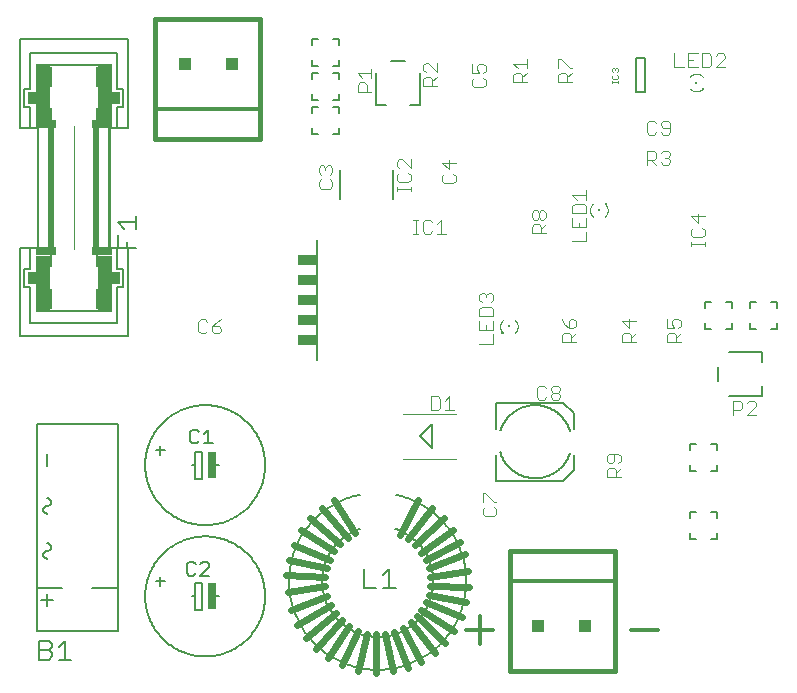
<source format=gto>
G75*
%MOIN*%
%OFA0B0*%
%FSLAX25Y25*%
%IPPOS*%
%LPD*%
%AMOC8*
5,1,8,0,0,1.08239X$1,22.5*
%
%ADD10C,0.01200*%
%ADD11C,0.00400*%
%ADD12C,0.00800*%
%ADD13C,0.00500*%
%ADD14C,0.00600*%
%ADD15R,0.00787X0.00787*%
%ADD16R,0.00984X0.00591*%
%ADD17R,0.00591X0.00984*%
%ADD18C,0.02400*%
%ADD19C,0.00700*%
%ADD20R,0.06600X0.03800*%
%ADD21C,0.01600*%
%ADD22R,0.04000X0.04000*%
%ADD23C,0.00200*%
%ADD24R,0.02000X0.40000*%
%ADD25R,0.06500X0.02500*%
%ADD26R,0.16000X0.01000*%
%ADD27R,0.04500X0.19000*%
%ADD28R,0.03000X0.04000*%
%ADD29R,0.00500X0.04000*%
%ADD30R,0.00500X0.07000*%
%ADD31R,0.02500X0.09000*%
D10*
X0160300Y0022206D02*
X0169508Y0022206D01*
X0164904Y0026810D02*
X0164904Y0017602D01*
X0175200Y0038450D02*
X0210200Y0038450D01*
X0215300Y0022206D02*
X0224508Y0022206D01*
X0091700Y0195950D02*
X0056700Y0195950D01*
D11*
X0111245Y0176318D02*
X0111245Y0174784D01*
X0112012Y0174017D01*
X0112012Y0172482D02*
X0111245Y0171715D01*
X0111245Y0170180D01*
X0112012Y0169413D01*
X0115081Y0169413D01*
X0115848Y0170180D01*
X0115848Y0171715D01*
X0115081Y0172482D01*
X0115081Y0174017D02*
X0115848Y0174784D01*
X0115848Y0176318D01*
X0115081Y0177086D01*
X0114314Y0177086D01*
X0113546Y0176318D01*
X0113546Y0175551D01*
X0113546Y0176318D02*
X0112779Y0177086D01*
X0112012Y0177086D01*
X0111245Y0176318D01*
X0137396Y0176877D02*
X0138163Y0176110D01*
X0137396Y0176877D02*
X0137396Y0178412D01*
X0138163Y0179179D01*
X0138931Y0179179D01*
X0142000Y0176110D01*
X0142000Y0179179D01*
X0141233Y0174575D02*
X0142000Y0173808D01*
X0142000Y0172273D01*
X0141233Y0171506D01*
X0138163Y0171506D01*
X0137396Y0172273D01*
X0137396Y0173808D01*
X0138163Y0174575D01*
X0137396Y0169971D02*
X0137396Y0168437D01*
X0137396Y0169204D02*
X0142000Y0169204D01*
X0142000Y0168437D02*
X0142000Y0169971D01*
X0152396Y0171917D02*
X0153163Y0171150D01*
X0156233Y0171150D01*
X0157000Y0171917D01*
X0157000Y0173452D01*
X0156233Y0174219D01*
X0154698Y0175754D02*
X0154698Y0178823D01*
X0152396Y0178056D02*
X0154698Y0175754D01*
X0153163Y0174219D02*
X0152396Y0173452D01*
X0152396Y0171917D01*
X0152396Y0178056D02*
X0157000Y0178056D01*
X0152108Y0159004D02*
X0152108Y0154400D01*
X0153642Y0154400D02*
X0150573Y0154400D01*
X0149039Y0155167D02*
X0148271Y0154400D01*
X0146737Y0154400D01*
X0145969Y0155167D01*
X0145969Y0158237D01*
X0146737Y0159004D01*
X0148271Y0159004D01*
X0149039Y0158237D01*
X0150573Y0157469D02*
X0152108Y0159004D01*
X0144435Y0159004D02*
X0142900Y0159004D01*
X0143667Y0159004D02*
X0143667Y0154400D01*
X0142900Y0154400D02*
X0144435Y0154400D01*
X0164896Y0133848D02*
X0165663Y0134615D01*
X0166431Y0134615D01*
X0167198Y0133848D01*
X0167965Y0134615D01*
X0168733Y0134615D01*
X0169500Y0133848D01*
X0169500Y0132313D01*
X0168733Y0131546D01*
X0168733Y0130011D02*
X0165663Y0130011D01*
X0164896Y0129244D01*
X0164896Y0126942D01*
X0169500Y0126942D01*
X0169500Y0129244D01*
X0168733Y0130011D01*
X0165663Y0131546D02*
X0164896Y0132313D01*
X0164896Y0133848D01*
X0167198Y0133848D02*
X0167198Y0133081D01*
X0164896Y0125407D02*
X0164896Y0122338D01*
X0169500Y0122338D01*
X0169500Y0125407D01*
X0167198Y0123873D02*
X0167198Y0122338D01*
X0169500Y0120804D02*
X0169500Y0117734D01*
X0164896Y0117734D01*
X0172732Y0121285D02*
X0172655Y0121358D01*
X0172580Y0121433D01*
X0172509Y0121511D01*
X0172440Y0121592D01*
X0172374Y0121675D01*
X0172311Y0121760D01*
X0172252Y0121848D01*
X0172195Y0121937D01*
X0172142Y0122029D01*
X0172092Y0122123D01*
X0172046Y0122218D01*
X0172003Y0122315D01*
X0171964Y0122413D01*
X0171928Y0122513D01*
X0171896Y0122614D01*
X0171868Y0122716D01*
X0171843Y0122819D01*
X0171822Y0122923D01*
X0171805Y0123028D01*
X0171791Y0123133D01*
X0171782Y0123238D01*
X0171776Y0123344D01*
X0171774Y0123450D01*
X0171776Y0123556D01*
X0171782Y0123662D01*
X0171791Y0123767D01*
X0171805Y0123872D01*
X0171822Y0123977D01*
X0171843Y0124081D01*
X0171868Y0124184D01*
X0171896Y0124286D01*
X0171928Y0124387D01*
X0171964Y0124487D01*
X0172003Y0124585D01*
X0172046Y0124682D01*
X0172092Y0124777D01*
X0172142Y0124871D01*
X0172195Y0124963D01*
X0172252Y0125052D01*
X0172311Y0125140D01*
X0172374Y0125225D01*
X0172440Y0125308D01*
X0172509Y0125389D01*
X0172580Y0125467D01*
X0172655Y0125542D01*
X0172732Y0125615D01*
X0176668Y0125615D02*
X0176745Y0125542D01*
X0176820Y0125467D01*
X0176891Y0125389D01*
X0176960Y0125308D01*
X0177026Y0125225D01*
X0177089Y0125140D01*
X0177148Y0125052D01*
X0177205Y0124963D01*
X0177258Y0124871D01*
X0177308Y0124777D01*
X0177354Y0124682D01*
X0177397Y0124585D01*
X0177436Y0124487D01*
X0177472Y0124387D01*
X0177504Y0124286D01*
X0177532Y0124184D01*
X0177557Y0124081D01*
X0177578Y0123977D01*
X0177595Y0123872D01*
X0177609Y0123767D01*
X0177618Y0123662D01*
X0177624Y0123556D01*
X0177626Y0123450D01*
X0177624Y0123344D01*
X0177618Y0123238D01*
X0177609Y0123133D01*
X0177595Y0123028D01*
X0177578Y0122923D01*
X0177557Y0122819D01*
X0177532Y0122716D01*
X0177504Y0122614D01*
X0177472Y0122513D01*
X0177436Y0122413D01*
X0177397Y0122315D01*
X0177354Y0122218D01*
X0177308Y0122123D01*
X0177258Y0122029D01*
X0177205Y0121937D01*
X0177148Y0121848D01*
X0177089Y0121760D01*
X0177026Y0121675D01*
X0176960Y0121592D01*
X0176891Y0121511D01*
X0176820Y0121433D01*
X0176745Y0121358D01*
X0176668Y0121285D01*
X0192396Y0120494D02*
X0192396Y0118192D01*
X0197000Y0118192D01*
X0195465Y0118192D02*
X0195465Y0120494D01*
X0194698Y0121261D01*
X0193163Y0121261D01*
X0192396Y0120494D01*
X0195465Y0119727D02*
X0197000Y0121261D01*
X0196233Y0122796D02*
X0197000Y0123563D01*
X0197000Y0125098D01*
X0196233Y0125865D01*
X0195465Y0125865D01*
X0194698Y0125098D01*
X0194698Y0122796D01*
X0196233Y0122796D01*
X0194698Y0122796D02*
X0193163Y0124331D01*
X0192396Y0125865D01*
X0212396Y0125098D02*
X0214698Y0122796D01*
X0214698Y0125865D01*
X0217000Y0125098D02*
X0212396Y0125098D01*
X0213163Y0121261D02*
X0214698Y0121261D01*
X0215465Y0120494D01*
X0215465Y0118192D01*
X0215465Y0119727D02*
X0217000Y0121261D01*
X0213163Y0121261D02*
X0212396Y0120494D01*
X0212396Y0118192D01*
X0217000Y0118192D01*
X0227396Y0118192D02*
X0227396Y0120494D01*
X0228163Y0121261D01*
X0229698Y0121261D01*
X0230465Y0120494D01*
X0230465Y0118192D01*
X0230465Y0119727D02*
X0232000Y0121261D01*
X0231233Y0122796D02*
X0232000Y0123563D01*
X0232000Y0125098D01*
X0231233Y0125865D01*
X0229698Y0125865D01*
X0228931Y0125098D01*
X0228931Y0124331D01*
X0229698Y0122796D01*
X0227396Y0122796D01*
X0227396Y0125865D01*
X0227396Y0118192D02*
X0232000Y0118192D01*
X0249339Y0098579D02*
X0251641Y0098579D01*
X0252408Y0097811D01*
X0252408Y0096277D01*
X0251641Y0095509D01*
X0249339Y0095509D01*
X0249339Y0093975D02*
X0249339Y0098579D01*
X0253943Y0097811D02*
X0254710Y0098579D01*
X0256245Y0098579D01*
X0257012Y0097811D01*
X0257012Y0097044D01*
X0253943Y0093975D01*
X0257012Y0093975D01*
X0212000Y0080098D02*
X0212000Y0078563D01*
X0211233Y0077796D01*
X0212000Y0076261D02*
X0210465Y0074727D01*
X0210465Y0075494D02*
X0210465Y0073192D01*
X0212000Y0073192D02*
X0207396Y0073192D01*
X0207396Y0075494D01*
X0208163Y0076261D01*
X0209698Y0076261D01*
X0210465Y0075494D01*
X0208931Y0077796D02*
X0209698Y0078563D01*
X0209698Y0080865D01*
X0208163Y0080865D02*
X0207396Y0080098D01*
X0207396Y0078563D01*
X0208163Y0077796D01*
X0208931Y0077796D01*
X0208163Y0080865D02*
X0211233Y0080865D01*
X0212000Y0080098D01*
X0191712Y0099801D02*
X0190944Y0099034D01*
X0189410Y0099034D01*
X0188643Y0099801D01*
X0188643Y0100568D01*
X0189410Y0101336D01*
X0190944Y0101336D01*
X0191712Y0100568D01*
X0191712Y0099801D01*
X0190944Y0101336D02*
X0191712Y0102103D01*
X0191712Y0102870D01*
X0190944Y0103638D01*
X0189410Y0103638D01*
X0188643Y0102870D01*
X0188643Y0102103D01*
X0189410Y0101336D01*
X0187108Y0102870D02*
X0186341Y0103638D01*
X0184806Y0103638D01*
X0184039Y0102870D01*
X0184039Y0099801D01*
X0184806Y0099034D01*
X0186341Y0099034D01*
X0187108Y0099801D01*
X0157212Y0094375D02*
X0139412Y0094375D01*
X0148762Y0095575D02*
X0151064Y0095575D01*
X0151831Y0096343D01*
X0151831Y0099412D01*
X0151064Y0100179D01*
X0148762Y0100179D01*
X0148762Y0095575D01*
X0153366Y0095575D02*
X0156435Y0095575D01*
X0154901Y0095575D02*
X0154901Y0100179D01*
X0153366Y0098644D01*
X0157212Y0079375D02*
X0139412Y0079375D01*
X0165959Y0067898D02*
X0165959Y0064829D01*
X0166726Y0063294D02*
X0165959Y0062527D01*
X0165959Y0060992D01*
X0166726Y0060225D01*
X0169796Y0060225D01*
X0170563Y0060992D01*
X0170563Y0062527D01*
X0169796Y0063294D01*
X0169796Y0064829D02*
X0170563Y0064829D01*
X0169796Y0064829D02*
X0166726Y0067898D01*
X0165959Y0067898D01*
X0078823Y0121917D02*
X0078056Y0121150D01*
X0076521Y0121150D01*
X0075754Y0121917D01*
X0075754Y0123452D01*
X0078056Y0123452D01*
X0078823Y0122685D01*
X0078823Y0121917D01*
X0077289Y0124987D02*
X0075754Y0123452D01*
X0077289Y0124987D02*
X0078823Y0125754D01*
X0074219Y0124987D02*
X0073452Y0125754D01*
X0071917Y0125754D01*
X0071150Y0124987D01*
X0071150Y0121917D01*
X0071917Y0121150D01*
X0073452Y0121150D01*
X0074219Y0121917D01*
X0124246Y0201716D02*
X0124246Y0204018D01*
X0125014Y0204785D01*
X0126548Y0204785D01*
X0127316Y0204018D01*
X0127316Y0201716D01*
X0128850Y0201716D02*
X0124246Y0201716D01*
X0125781Y0206320D02*
X0124246Y0207854D01*
X0128850Y0207854D01*
X0128850Y0206320D02*
X0128850Y0209389D01*
X0146146Y0209021D02*
X0146913Y0208254D01*
X0146146Y0209021D02*
X0146146Y0210556D01*
X0146913Y0211323D01*
X0147681Y0211323D01*
X0150750Y0208254D01*
X0150750Y0211323D01*
X0150750Y0206719D02*
X0149215Y0205185D01*
X0149215Y0205952D02*
X0149215Y0203650D01*
X0150750Y0203650D02*
X0146146Y0203650D01*
X0146146Y0205952D01*
X0146913Y0206719D01*
X0148448Y0206719D01*
X0149215Y0205952D01*
X0162396Y0205494D02*
X0162396Y0203959D01*
X0163163Y0203192D01*
X0166233Y0203192D01*
X0167000Y0203959D01*
X0167000Y0205494D01*
X0166233Y0206261D01*
X0166233Y0207796D02*
X0167000Y0208563D01*
X0167000Y0210098D01*
X0166233Y0210865D01*
X0164698Y0210865D01*
X0163931Y0210098D01*
X0163931Y0209331D01*
X0164698Y0207796D01*
X0162396Y0207796D01*
X0162396Y0210865D01*
X0163163Y0206261D02*
X0162396Y0205494D01*
X0176146Y0204900D02*
X0176146Y0207202D01*
X0176913Y0207969D01*
X0178448Y0207969D01*
X0179215Y0207202D01*
X0179215Y0204900D01*
X0179215Y0206435D02*
X0180750Y0207969D01*
X0180750Y0209504D02*
X0180750Y0212573D01*
X0180750Y0211039D02*
X0176146Y0211039D01*
X0177681Y0209504D01*
X0176146Y0204900D02*
X0180750Y0204900D01*
X0191146Y0204900D02*
X0191146Y0207202D01*
X0191913Y0207969D01*
X0193448Y0207969D01*
X0194215Y0207202D01*
X0194215Y0204900D01*
X0194215Y0206435D02*
X0195750Y0207969D01*
X0195750Y0209504D02*
X0194983Y0209504D01*
X0191913Y0212573D01*
X0191146Y0212573D01*
X0191146Y0209504D01*
X0191146Y0204900D02*
X0195750Y0204900D01*
X0209091Y0204827D02*
X0211055Y0204827D01*
X0211055Y0204500D02*
X0211055Y0205155D01*
X0210728Y0205950D02*
X0211055Y0206277D01*
X0211055Y0206932D01*
X0210728Y0207259D01*
X0210728Y0208125D02*
X0211055Y0208452D01*
X0211055Y0209107D01*
X0210728Y0209434D01*
X0210400Y0209434D01*
X0210073Y0209107D01*
X0210073Y0208780D01*
X0210073Y0209107D02*
X0209746Y0209434D01*
X0209419Y0209434D01*
X0209091Y0209107D01*
X0209091Y0208452D01*
X0209419Y0208125D01*
X0209419Y0207259D02*
X0209091Y0206932D01*
X0209091Y0206277D01*
X0209419Y0205950D01*
X0210728Y0205950D01*
X0209091Y0205155D02*
X0209091Y0204500D01*
X0221459Y0192004D02*
X0220692Y0191237D01*
X0220692Y0188167D01*
X0221459Y0187400D01*
X0222994Y0187400D01*
X0223761Y0188167D01*
X0225296Y0188167D02*
X0226063Y0187400D01*
X0227598Y0187400D01*
X0228365Y0188167D01*
X0228365Y0191237D01*
X0227598Y0192004D01*
X0226063Y0192004D01*
X0225296Y0191237D01*
X0225296Y0190469D01*
X0226063Y0189702D01*
X0228365Y0189702D01*
X0223761Y0191237D02*
X0222994Y0192004D01*
X0221459Y0192004D01*
X0220692Y0182004D02*
X0222994Y0182004D01*
X0223761Y0181237D01*
X0223761Y0179702D01*
X0222994Y0178935D01*
X0220692Y0178935D01*
X0222227Y0178935D02*
X0223761Y0177400D01*
X0225296Y0178167D02*
X0226063Y0177400D01*
X0227598Y0177400D01*
X0228365Y0178167D01*
X0228365Y0178935D01*
X0227598Y0179702D01*
X0226831Y0179702D01*
X0227598Y0179702D02*
X0228365Y0180469D01*
X0228365Y0181237D01*
X0227598Y0182004D01*
X0226063Y0182004D01*
X0225296Y0181237D01*
X0220692Y0182004D02*
X0220692Y0177400D01*
X0200504Y0168808D02*
X0200504Y0165739D01*
X0200504Y0167274D02*
X0195900Y0167274D01*
X0197435Y0165739D01*
X0196667Y0164204D02*
X0195900Y0163437D01*
X0195900Y0161135D01*
X0200504Y0161135D01*
X0200504Y0163437D01*
X0199737Y0164204D01*
X0196667Y0164204D01*
X0195900Y0159600D02*
X0195900Y0156531D01*
X0200504Y0156531D01*
X0200504Y0159600D01*
X0198202Y0158066D02*
X0198202Y0156531D01*
X0200504Y0154996D02*
X0200504Y0151927D01*
X0195900Y0151927D01*
X0187000Y0154442D02*
X0182396Y0154442D01*
X0182396Y0156744D01*
X0183163Y0157511D01*
X0184698Y0157511D01*
X0185465Y0156744D01*
X0185465Y0154442D01*
X0185465Y0155977D02*
X0187000Y0157511D01*
X0186233Y0159046D02*
X0185465Y0159046D01*
X0184698Y0159813D01*
X0184698Y0161348D01*
X0185465Y0162115D01*
X0186233Y0162115D01*
X0187000Y0161348D01*
X0187000Y0159813D01*
X0186233Y0159046D01*
X0184698Y0159813D02*
X0183931Y0159046D01*
X0183163Y0159046D01*
X0182396Y0159813D01*
X0182396Y0161348D01*
X0183163Y0162115D01*
X0183931Y0162115D01*
X0184698Y0161348D01*
X0202732Y0160035D02*
X0202655Y0160108D01*
X0202580Y0160183D01*
X0202509Y0160261D01*
X0202440Y0160342D01*
X0202374Y0160425D01*
X0202311Y0160510D01*
X0202252Y0160598D01*
X0202195Y0160687D01*
X0202142Y0160779D01*
X0202092Y0160873D01*
X0202046Y0160968D01*
X0202003Y0161065D01*
X0201964Y0161163D01*
X0201928Y0161263D01*
X0201896Y0161364D01*
X0201868Y0161466D01*
X0201843Y0161569D01*
X0201822Y0161673D01*
X0201805Y0161778D01*
X0201791Y0161883D01*
X0201782Y0161988D01*
X0201776Y0162094D01*
X0201774Y0162200D01*
X0201776Y0162306D01*
X0201782Y0162412D01*
X0201791Y0162517D01*
X0201805Y0162622D01*
X0201822Y0162727D01*
X0201843Y0162831D01*
X0201868Y0162934D01*
X0201896Y0163036D01*
X0201928Y0163137D01*
X0201964Y0163237D01*
X0202003Y0163335D01*
X0202046Y0163432D01*
X0202092Y0163527D01*
X0202142Y0163621D01*
X0202195Y0163713D01*
X0202252Y0163802D01*
X0202311Y0163890D01*
X0202374Y0163975D01*
X0202440Y0164058D01*
X0202509Y0164139D01*
X0202580Y0164217D01*
X0202655Y0164292D01*
X0202732Y0164365D01*
X0206668Y0164365D02*
X0206745Y0164292D01*
X0206820Y0164217D01*
X0206891Y0164139D01*
X0206960Y0164058D01*
X0207026Y0163975D01*
X0207089Y0163890D01*
X0207148Y0163802D01*
X0207205Y0163713D01*
X0207258Y0163621D01*
X0207308Y0163527D01*
X0207354Y0163432D01*
X0207397Y0163335D01*
X0207436Y0163237D01*
X0207472Y0163137D01*
X0207504Y0163036D01*
X0207532Y0162934D01*
X0207557Y0162831D01*
X0207578Y0162727D01*
X0207595Y0162622D01*
X0207609Y0162517D01*
X0207618Y0162412D01*
X0207624Y0162306D01*
X0207626Y0162200D01*
X0207624Y0162094D01*
X0207618Y0161988D01*
X0207609Y0161883D01*
X0207595Y0161778D01*
X0207578Y0161673D01*
X0207557Y0161569D01*
X0207532Y0161466D01*
X0207504Y0161364D01*
X0207472Y0161263D01*
X0207436Y0161163D01*
X0207397Y0161065D01*
X0207354Y0160968D01*
X0207308Y0160873D01*
X0207258Y0160779D01*
X0207205Y0160687D01*
X0207148Y0160598D01*
X0207089Y0160510D01*
X0207026Y0160425D01*
X0206960Y0160342D01*
X0206891Y0160261D01*
X0206820Y0160183D01*
X0206745Y0160108D01*
X0206668Y0160035D01*
X0235396Y0160098D02*
X0237698Y0157796D01*
X0237698Y0160865D01*
X0240000Y0160098D02*
X0235396Y0160098D01*
X0236163Y0156261D02*
X0235396Y0155494D01*
X0235396Y0153959D01*
X0236163Y0153192D01*
X0239233Y0153192D01*
X0240000Y0153959D01*
X0240000Y0155494D01*
X0239233Y0156261D01*
X0240000Y0151657D02*
X0240000Y0150123D01*
X0240000Y0150890D02*
X0235396Y0150890D01*
X0235396Y0150123D02*
X0235396Y0151657D01*
X0235035Y0202732D02*
X0235108Y0202655D01*
X0235183Y0202580D01*
X0235261Y0202509D01*
X0235342Y0202440D01*
X0235425Y0202374D01*
X0235510Y0202311D01*
X0235598Y0202252D01*
X0235687Y0202195D01*
X0235779Y0202142D01*
X0235873Y0202092D01*
X0235968Y0202046D01*
X0236065Y0202003D01*
X0236163Y0201964D01*
X0236263Y0201928D01*
X0236364Y0201896D01*
X0236466Y0201868D01*
X0236569Y0201843D01*
X0236673Y0201822D01*
X0236778Y0201805D01*
X0236883Y0201791D01*
X0236988Y0201782D01*
X0237094Y0201776D01*
X0237200Y0201774D01*
X0237306Y0201776D01*
X0237412Y0201782D01*
X0237517Y0201791D01*
X0237622Y0201805D01*
X0237727Y0201822D01*
X0237831Y0201843D01*
X0237934Y0201868D01*
X0238036Y0201896D01*
X0238137Y0201928D01*
X0238237Y0201964D01*
X0238335Y0202003D01*
X0238432Y0202046D01*
X0238527Y0202092D01*
X0238621Y0202142D01*
X0238713Y0202195D01*
X0238802Y0202252D01*
X0238890Y0202311D01*
X0238975Y0202374D01*
X0239058Y0202440D01*
X0239139Y0202509D01*
X0239217Y0202580D01*
X0239292Y0202655D01*
X0239365Y0202732D01*
X0239365Y0206668D02*
X0239292Y0206745D01*
X0239217Y0206820D01*
X0239139Y0206891D01*
X0239058Y0206960D01*
X0238975Y0207026D01*
X0238890Y0207089D01*
X0238802Y0207148D01*
X0238713Y0207205D01*
X0238621Y0207258D01*
X0238527Y0207308D01*
X0238432Y0207354D01*
X0238335Y0207397D01*
X0238237Y0207436D01*
X0238137Y0207472D01*
X0238036Y0207504D01*
X0237934Y0207532D01*
X0237831Y0207557D01*
X0237727Y0207578D01*
X0237622Y0207595D01*
X0237517Y0207609D01*
X0237412Y0207618D01*
X0237306Y0207624D01*
X0237200Y0207626D01*
X0237094Y0207624D01*
X0236988Y0207618D01*
X0236883Y0207609D01*
X0236778Y0207595D01*
X0236673Y0207578D01*
X0236569Y0207557D01*
X0236466Y0207532D01*
X0236364Y0207504D01*
X0236263Y0207472D01*
X0236163Y0207436D01*
X0236065Y0207397D01*
X0235968Y0207354D01*
X0235873Y0207308D01*
X0235779Y0207258D01*
X0235687Y0207205D01*
X0235598Y0207148D01*
X0235510Y0207089D01*
X0235425Y0207026D01*
X0235342Y0206960D01*
X0235261Y0206891D01*
X0235183Y0206820D01*
X0235108Y0206745D01*
X0235035Y0206668D01*
X0234504Y0209900D02*
X0237573Y0209900D01*
X0239108Y0209900D02*
X0241410Y0209900D01*
X0242177Y0210667D01*
X0242177Y0213737D01*
X0241410Y0214504D01*
X0239108Y0214504D01*
X0239108Y0209900D01*
X0236039Y0212202D02*
X0234504Y0212202D01*
X0234504Y0214504D02*
X0234504Y0209900D01*
X0232969Y0209900D02*
X0229900Y0209900D01*
X0229900Y0214504D01*
X0234504Y0214504D02*
X0237573Y0214504D01*
X0243712Y0213737D02*
X0244479Y0214504D01*
X0246014Y0214504D01*
X0246781Y0213737D01*
X0246781Y0212969D01*
X0243712Y0209900D01*
X0246781Y0209900D01*
D12*
X0145084Y0208007D02*
X0145084Y0197190D01*
X0141767Y0197190D01*
X0133834Y0197190D02*
X0130517Y0197190D01*
X0130517Y0208007D01*
X0135517Y0211757D02*
X0140084Y0211757D01*
X0110861Y0152255D02*
X0110861Y0112145D01*
X0145044Y0086875D02*
X0149072Y0082938D01*
X0149072Y0090812D01*
X0145044Y0086875D01*
X0170458Y0089356D02*
X0170458Y0098017D01*
X0192899Y0098017D01*
X0196442Y0094474D01*
X0196442Y0089356D01*
X0196442Y0080694D02*
X0196442Y0075576D01*
X0192899Y0072033D01*
X0170458Y0072033D01*
X0170458Y0080694D01*
X0171836Y0088765D02*
X0171930Y0089046D01*
X0172032Y0089325D01*
X0172140Y0089601D01*
X0172255Y0089874D01*
X0172376Y0090145D01*
X0172504Y0090412D01*
X0172639Y0090677D01*
X0172780Y0090938D01*
X0172927Y0091195D01*
X0173080Y0091449D01*
X0173240Y0091699D01*
X0173405Y0091945D01*
X0173577Y0092187D01*
X0173754Y0092424D01*
X0173937Y0092658D01*
X0174126Y0092886D01*
X0174321Y0093111D01*
X0174520Y0093330D01*
X0174725Y0093544D01*
X0174935Y0093753D01*
X0175150Y0093957D01*
X0175371Y0094156D01*
X0175595Y0094350D01*
X0175825Y0094537D01*
X0176059Y0094720D01*
X0176297Y0094896D01*
X0176540Y0095067D01*
X0176786Y0095231D01*
X0177037Y0095390D01*
X0177291Y0095542D01*
X0177550Y0095688D01*
X0177811Y0095828D01*
X0178076Y0095962D01*
X0178344Y0096089D01*
X0178615Y0096209D01*
X0178889Y0096323D01*
X0179165Y0096430D01*
X0179445Y0096530D01*
X0179726Y0096623D01*
X0180010Y0096710D01*
X0180295Y0096789D01*
X0180583Y0096862D01*
X0180872Y0096928D01*
X0181163Y0096986D01*
X0181455Y0097037D01*
X0181748Y0097082D01*
X0182042Y0097119D01*
X0182337Y0097149D01*
X0182633Y0097172D01*
X0182929Y0097187D01*
X0183226Y0097195D01*
X0183522Y0097197D01*
X0183819Y0097190D01*
X0184115Y0097177D01*
X0184411Y0097157D01*
X0184706Y0097129D01*
X0185000Y0097094D01*
X0185294Y0097052D01*
X0185586Y0097002D01*
X0185878Y0096946D01*
X0186167Y0096883D01*
X0186455Y0096812D01*
X0186742Y0096735D01*
X0187026Y0096650D01*
X0187308Y0096559D01*
X0187588Y0096461D01*
X0187865Y0096356D01*
X0188140Y0096244D01*
X0188412Y0096126D01*
X0188681Y0096001D01*
X0188947Y0095869D01*
X0189209Y0095732D01*
X0189468Y0095587D01*
X0189724Y0095437D01*
X0189976Y0095280D01*
X0190224Y0095117D01*
X0190467Y0094949D01*
X0190707Y0094774D01*
X0190942Y0094593D01*
X0191173Y0094407D01*
X0191400Y0094216D01*
X0191621Y0094019D01*
X0191838Y0093816D01*
X0192049Y0093608D01*
X0192256Y0093396D01*
X0192457Y0093178D01*
X0192653Y0092955D01*
X0192844Y0092728D01*
X0193029Y0092496D01*
X0193208Y0092260D01*
X0193381Y0092019D01*
X0193548Y0091774D01*
X0193710Y0091525D01*
X0193865Y0091273D01*
X0194014Y0091016D01*
X0194157Y0090757D01*
X0194294Y0090493D01*
X0194424Y0090227D01*
X0194547Y0089957D01*
X0194664Y0089685D01*
X0194774Y0089409D01*
X0194877Y0089131D01*
X0194974Y0088851D01*
X0195064Y0088568D01*
X0195064Y0081285D02*
X0194970Y0081004D01*
X0194868Y0080725D01*
X0194760Y0080449D01*
X0194645Y0080176D01*
X0194524Y0079905D01*
X0194396Y0079638D01*
X0194261Y0079373D01*
X0194120Y0079112D01*
X0193973Y0078855D01*
X0193820Y0078601D01*
X0193660Y0078351D01*
X0193495Y0078105D01*
X0193323Y0077863D01*
X0193146Y0077626D01*
X0192963Y0077392D01*
X0192774Y0077164D01*
X0192579Y0076939D01*
X0192380Y0076720D01*
X0192175Y0076506D01*
X0191965Y0076297D01*
X0191750Y0076093D01*
X0191529Y0075894D01*
X0191305Y0075700D01*
X0191075Y0075513D01*
X0190841Y0075330D01*
X0190603Y0075154D01*
X0190360Y0074983D01*
X0190114Y0074819D01*
X0189863Y0074660D01*
X0189609Y0074508D01*
X0189350Y0074362D01*
X0189089Y0074222D01*
X0188824Y0074088D01*
X0188556Y0073961D01*
X0188285Y0073841D01*
X0188011Y0073727D01*
X0187735Y0073620D01*
X0187455Y0073520D01*
X0187174Y0073427D01*
X0186890Y0073340D01*
X0186605Y0073261D01*
X0186317Y0073188D01*
X0186028Y0073122D01*
X0185737Y0073064D01*
X0185445Y0073013D01*
X0185152Y0072968D01*
X0184858Y0072931D01*
X0184563Y0072901D01*
X0184267Y0072878D01*
X0183971Y0072863D01*
X0183674Y0072855D01*
X0183378Y0072853D01*
X0183081Y0072860D01*
X0182785Y0072873D01*
X0182489Y0072893D01*
X0182194Y0072921D01*
X0181900Y0072956D01*
X0181606Y0072998D01*
X0181314Y0073048D01*
X0181022Y0073104D01*
X0180733Y0073167D01*
X0180445Y0073238D01*
X0180158Y0073315D01*
X0179874Y0073400D01*
X0179592Y0073491D01*
X0179312Y0073589D01*
X0179035Y0073694D01*
X0178760Y0073806D01*
X0178488Y0073924D01*
X0178219Y0074049D01*
X0177953Y0074181D01*
X0177691Y0074318D01*
X0177432Y0074463D01*
X0177176Y0074613D01*
X0176924Y0074770D01*
X0176676Y0074933D01*
X0176433Y0075101D01*
X0176193Y0075276D01*
X0175958Y0075457D01*
X0175727Y0075643D01*
X0175500Y0075834D01*
X0175279Y0076031D01*
X0175062Y0076234D01*
X0174851Y0076442D01*
X0174644Y0076654D01*
X0174443Y0076872D01*
X0174247Y0077095D01*
X0174056Y0077322D01*
X0173871Y0077554D01*
X0173692Y0077790D01*
X0173519Y0078031D01*
X0173352Y0078276D01*
X0173190Y0078525D01*
X0173035Y0078777D01*
X0172886Y0079034D01*
X0172743Y0079293D01*
X0172606Y0079557D01*
X0172476Y0079823D01*
X0172353Y0080093D01*
X0172236Y0080365D01*
X0172126Y0080641D01*
X0172023Y0080919D01*
X0171926Y0081199D01*
X0171836Y0081482D01*
X0244356Y0105241D02*
X0244356Y0109808D01*
X0248106Y0114808D02*
X0258922Y0114808D01*
X0258922Y0111491D01*
X0258922Y0103558D02*
X0258922Y0100241D01*
X0248106Y0100241D01*
D13*
X0135999Y0165826D02*
X0135999Y0175527D01*
X0118401Y0175527D02*
X0118401Y0165826D01*
X0074555Y0089004D02*
X0074555Y0084500D01*
X0073054Y0084500D02*
X0076056Y0084500D01*
X0073054Y0087503D02*
X0074555Y0089004D01*
X0071453Y0088253D02*
X0070702Y0089004D01*
X0069201Y0089004D01*
X0068450Y0088253D01*
X0068450Y0085251D01*
X0069201Y0084500D01*
X0070702Y0084500D01*
X0071453Y0085251D01*
X0072597Y0044904D02*
X0071846Y0044153D01*
X0072597Y0044904D02*
X0074098Y0044904D01*
X0074849Y0044153D01*
X0074849Y0043403D01*
X0071846Y0040400D01*
X0074849Y0040400D01*
X0070245Y0041151D02*
X0069494Y0040400D01*
X0067993Y0040400D01*
X0067242Y0041151D01*
X0067242Y0044153D01*
X0067993Y0044904D01*
X0069494Y0044904D01*
X0070245Y0044153D01*
D14*
X0069950Y0037950D02*
X0069950Y0033450D01*
X0069950Y0028950D01*
X0072450Y0028950D01*
X0072450Y0037950D01*
X0069950Y0037950D01*
X0069950Y0033450D02*
X0068950Y0033450D01*
X0053450Y0033450D02*
X0053456Y0033941D01*
X0053474Y0034431D01*
X0053504Y0034921D01*
X0053546Y0035410D01*
X0053600Y0035898D01*
X0053666Y0036385D01*
X0053744Y0036869D01*
X0053834Y0037352D01*
X0053936Y0037832D01*
X0054049Y0038310D01*
X0054174Y0038784D01*
X0054311Y0039256D01*
X0054459Y0039724D01*
X0054619Y0040188D01*
X0054790Y0040648D01*
X0054972Y0041104D01*
X0055166Y0041555D01*
X0055370Y0042001D01*
X0055586Y0042442D01*
X0055812Y0042878D01*
X0056048Y0043308D01*
X0056295Y0043732D01*
X0056553Y0044150D01*
X0056821Y0044561D01*
X0057098Y0044966D01*
X0057386Y0045364D01*
X0057683Y0045755D01*
X0057990Y0046138D01*
X0058306Y0046513D01*
X0058631Y0046881D01*
X0058965Y0047241D01*
X0059308Y0047592D01*
X0059659Y0047935D01*
X0060019Y0048269D01*
X0060387Y0048594D01*
X0060762Y0048910D01*
X0061145Y0049217D01*
X0061536Y0049514D01*
X0061934Y0049802D01*
X0062339Y0050079D01*
X0062750Y0050347D01*
X0063168Y0050605D01*
X0063592Y0050852D01*
X0064022Y0051088D01*
X0064458Y0051314D01*
X0064899Y0051530D01*
X0065345Y0051734D01*
X0065796Y0051928D01*
X0066252Y0052110D01*
X0066712Y0052281D01*
X0067176Y0052441D01*
X0067644Y0052589D01*
X0068116Y0052726D01*
X0068590Y0052851D01*
X0069068Y0052964D01*
X0069548Y0053066D01*
X0070031Y0053156D01*
X0070515Y0053234D01*
X0071002Y0053300D01*
X0071490Y0053354D01*
X0071979Y0053396D01*
X0072469Y0053426D01*
X0072959Y0053444D01*
X0073450Y0053450D01*
X0073941Y0053444D01*
X0074431Y0053426D01*
X0074921Y0053396D01*
X0075410Y0053354D01*
X0075898Y0053300D01*
X0076385Y0053234D01*
X0076869Y0053156D01*
X0077352Y0053066D01*
X0077832Y0052964D01*
X0078310Y0052851D01*
X0078784Y0052726D01*
X0079256Y0052589D01*
X0079724Y0052441D01*
X0080188Y0052281D01*
X0080648Y0052110D01*
X0081104Y0051928D01*
X0081555Y0051734D01*
X0082001Y0051530D01*
X0082442Y0051314D01*
X0082878Y0051088D01*
X0083308Y0050852D01*
X0083732Y0050605D01*
X0084150Y0050347D01*
X0084561Y0050079D01*
X0084966Y0049802D01*
X0085364Y0049514D01*
X0085755Y0049217D01*
X0086138Y0048910D01*
X0086513Y0048594D01*
X0086881Y0048269D01*
X0087241Y0047935D01*
X0087592Y0047592D01*
X0087935Y0047241D01*
X0088269Y0046881D01*
X0088594Y0046513D01*
X0088910Y0046138D01*
X0089217Y0045755D01*
X0089514Y0045364D01*
X0089802Y0044966D01*
X0090079Y0044561D01*
X0090347Y0044150D01*
X0090605Y0043732D01*
X0090852Y0043308D01*
X0091088Y0042878D01*
X0091314Y0042442D01*
X0091530Y0042001D01*
X0091734Y0041555D01*
X0091928Y0041104D01*
X0092110Y0040648D01*
X0092281Y0040188D01*
X0092441Y0039724D01*
X0092589Y0039256D01*
X0092726Y0038784D01*
X0092851Y0038310D01*
X0092964Y0037832D01*
X0093066Y0037352D01*
X0093156Y0036869D01*
X0093234Y0036385D01*
X0093300Y0035898D01*
X0093354Y0035410D01*
X0093396Y0034921D01*
X0093426Y0034431D01*
X0093444Y0033941D01*
X0093450Y0033450D01*
X0093444Y0032959D01*
X0093426Y0032469D01*
X0093396Y0031979D01*
X0093354Y0031490D01*
X0093300Y0031002D01*
X0093234Y0030515D01*
X0093156Y0030031D01*
X0093066Y0029548D01*
X0092964Y0029068D01*
X0092851Y0028590D01*
X0092726Y0028116D01*
X0092589Y0027644D01*
X0092441Y0027176D01*
X0092281Y0026712D01*
X0092110Y0026252D01*
X0091928Y0025796D01*
X0091734Y0025345D01*
X0091530Y0024899D01*
X0091314Y0024458D01*
X0091088Y0024022D01*
X0090852Y0023592D01*
X0090605Y0023168D01*
X0090347Y0022750D01*
X0090079Y0022339D01*
X0089802Y0021934D01*
X0089514Y0021536D01*
X0089217Y0021145D01*
X0088910Y0020762D01*
X0088594Y0020387D01*
X0088269Y0020019D01*
X0087935Y0019659D01*
X0087592Y0019308D01*
X0087241Y0018965D01*
X0086881Y0018631D01*
X0086513Y0018306D01*
X0086138Y0017990D01*
X0085755Y0017683D01*
X0085364Y0017386D01*
X0084966Y0017098D01*
X0084561Y0016821D01*
X0084150Y0016553D01*
X0083732Y0016295D01*
X0083308Y0016048D01*
X0082878Y0015812D01*
X0082442Y0015586D01*
X0082001Y0015370D01*
X0081555Y0015166D01*
X0081104Y0014972D01*
X0080648Y0014790D01*
X0080188Y0014619D01*
X0079724Y0014459D01*
X0079256Y0014311D01*
X0078784Y0014174D01*
X0078310Y0014049D01*
X0077832Y0013936D01*
X0077352Y0013834D01*
X0076869Y0013744D01*
X0076385Y0013666D01*
X0075898Y0013600D01*
X0075410Y0013546D01*
X0074921Y0013504D01*
X0074431Y0013474D01*
X0073941Y0013456D01*
X0073450Y0013450D01*
X0072959Y0013456D01*
X0072469Y0013474D01*
X0071979Y0013504D01*
X0071490Y0013546D01*
X0071002Y0013600D01*
X0070515Y0013666D01*
X0070031Y0013744D01*
X0069548Y0013834D01*
X0069068Y0013936D01*
X0068590Y0014049D01*
X0068116Y0014174D01*
X0067644Y0014311D01*
X0067176Y0014459D01*
X0066712Y0014619D01*
X0066252Y0014790D01*
X0065796Y0014972D01*
X0065345Y0015166D01*
X0064899Y0015370D01*
X0064458Y0015586D01*
X0064022Y0015812D01*
X0063592Y0016048D01*
X0063168Y0016295D01*
X0062750Y0016553D01*
X0062339Y0016821D01*
X0061934Y0017098D01*
X0061536Y0017386D01*
X0061145Y0017683D01*
X0060762Y0017990D01*
X0060387Y0018306D01*
X0060019Y0018631D01*
X0059659Y0018965D01*
X0059308Y0019308D01*
X0058965Y0019659D01*
X0058631Y0020019D01*
X0058306Y0020387D01*
X0057990Y0020762D01*
X0057683Y0021145D01*
X0057386Y0021536D01*
X0057098Y0021934D01*
X0056821Y0022339D01*
X0056553Y0022750D01*
X0056295Y0023168D01*
X0056048Y0023592D01*
X0055812Y0024022D01*
X0055586Y0024458D01*
X0055370Y0024899D01*
X0055166Y0025345D01*
X0054972Y0025796D01*
X0054790Y0026252D01*
X0054619Y0026712D01*
X0054459Y0027176D01*
X0054311Y0027644D01*
X0054174Y0028116D01*
X0054049Y0028590D01*
X0053936Y0029068D01*
X0053834Y0029548D01*
X0053744Y0030031D01*
X0053666Y0030515D01*
X0053600Y0031002D01*
X0053546Y0031490D01*
X0053504Y0031979D01*
X0053474Y0032469D01*
X0053456Y0032959D01*
X0053450Y0033450D01*
X0056950Y0038450D02*
X0059950Y0038450D01*
X0058450Y0039950D02*
X0058450Y0036950D01*
X0044302Y0036275D02*
X0035802Y0036275D01*
X0044302Y0036275D02*
X0044302Y0021775D01*
X0017302Y0021775D01*
X0017302Y0036275D01*
X0025802Y0036275D01*
X0022802Y0032275D02*
X0018802Y0032275D01*
X0020802Y0034275D02*
X0020802Y0030275D01*
X0017302Y0036275D02*
X0017302Y0090775D01*
X0044302Y0090775D01*
X0044302Y0036275D01*
X0020802Y0046075D02*
X0020732Y0046077D01*
X0020661Y0046083D01*
X0020592Y0046092D01*
X0020523Y0046105D01*
X0020454Y0046122D01*
X0020387Y0046143D01*
X0020321Y0046167D01*
X0020256Y0046195D01*
X0020193Y0046226D01*
X0020132Y0046261D01*
X0020072Y0046299D01*
X0020015Y0046340D01*
X0019960Y0046384D01*
X0019908Y0046431D01*
X0019858Y0046481D01*
X0019811Y0046533D01*
X0019767Y0046588D01*
X0019726Y0046645D01*
X0019688Y0046705D01*
X0019653Y0046766D01*
X0019622Y0046829D01*
X0019594Y0046894D01*
X0019570Y0046960D01*
X0019549Y0047027D01*
X0019532Y0047096D01*
X0019519Y0047165D01*
X0019510Y0047234D01*
X0019504Y0047305D01*
X0019502Y0047375D01*
X0019504Y0047445D01*
X0019510Y0047516D01*
X0019519Y0047585D01*
X0019532Y0047654D01*
X0019549Y0047723D01*
X0019570Y0047790D01*
X0019594Y0047856D01*
X0019622Y0047921D01*
X0019653Y0047984D01*
X0019688Y0048045D01*
X0019726Y0048105D01*
X0019767Y0048162D01*
X0019811Y0048217D01*
X0019858Y0048269D01*
X0019908Y0048319D01*
X0019960Y0048366D01*
X0020015Y0048410D01*
X0020072Y0048451D01*
X0020132Y0048489D01*
X0020193Y0048524D01*
X0020256Y0048555D01*
X0020321Y0048583D01*
X0020387Y0048607D01*
X0020454Y0048628D01*
X0020523Y0048645D01*
X0020592Y0048658D01*
X0020661Y0048667D01*
X0020732Y0048673D01*
X0020802Y0048675D01*
X0020872Y0048677D01*
X0020943Y0048683D01*
X0021012Y0048692D01*
X0021081Y0048705D01*
X0021150Y0048722D01*
X0021217Y0048743D01*
X0021283Y0048767D01*
X0021348Y0048795D01*
X0021411Y0048826D01*
X0021472Y0048861D01*
X0021532Y0048899D01*
X0021589Y0048940D01*
X0021644Y0048984D01*
X0021696Y0049031D01*
X0021746Y0049081D01*
X0021793Y0049133D01*
X0021837Y0049188D01*
X0021878Y0049245D01*
X0021916Y0049305D01*
X0021951Y0049366D01*
X0021982Y0049429D01*
X0022010Y0049494D01*
X0022034Y0049560D01*
X0022055Y0049627D01*
X0022072Y0049696D01*
X0022085Y0049765D01*
X0022094Y0049834D01*
X0022100Y0049905D01*
X0022102Y0049975D01*
X0022100Y0050045D01*
X0022094Y0050116D01*
X0022085Y0050185D01*
X0022072Y0050254D01*
X0022055Y0050323D01*
X0022034Y0050390D01*
X0022010Y0050456D01*
X0021982Y0050521D01*
X0021951Y0050584D01*
X0021916Y0050645D01*
X0021878Y0050705D01*
X0021837Y0050762D01*
X0021793Y0050817D01*
X0021746Y0050869D01*
X0021696Y0050919D01*
X0021644Y0050966D01*
X0021589Y0051010D01*
X0021532Y0051051D01*
X0021472Y0051089D01*
X0021411Y0051124D01*
X0021348Y0051155D01*
X0021283Y0051183D01*
X0021217Y0051207D01*
X0021150Y0051228D01*
X0021081Y0051245D01*
X0021012Y0051258D01*
X0020943Y0051267D01*
X0020872Y0051273D01*
X0020802Y0051275D01*
X0020802Y0061075D02*
X0020732Y0061077D01*
X0020661Y0061083D01*
X0020592Y0061092D01*
X0020523Y0061105D01*
X0020454Y0061122D01*
X0020387Y0061143D01*
X0020321Y0061167D01*
X0020256Y0061195D01*
X0020193Y0061226D01*
X0020132Y0061261D01*
X0020072Y0061299D01*
X0020015Y0061340D01*
X0019960Y0061384D01*
X0019908Y0061431D01*
X0019858Y0061481D01*
X0019811Y0061533D01*
X0019767Y0061588D01*
X0019726Y0061645D01*
X0019688Y0061705D01*
X0019653Y0061766D01*
X0019622Y0061829D01*
X0019594Y0061894D01*
X0019570Y0061960D01*
X0019549Y0062027D01*
X0019532Y0062096D01*
X0019519Y0062165D01*
X0019510Y0062234D01*
X0019504Y0062305D01*
X0019502Y0062375D01*
X0019504Y0062445D01*
X0019510Y0062516D01*
X0019519Y0062585D01*
X0019532Y0062654D01*
X0019549Y0062723D01*
X0019570Y0062790D01*
X0019594Y0062856D01*
X0019622Y0062921D01*
X0019653Y0062984D01*
X0019688Y0063045D01*
X0019726Y0063105D01*
X0019767Y0063162D01*
X0019811Y0063217D01*
X0019858Y0063269D01*
X0019908Y0063319D01*
X0019960Y0063366D01*
X0020015Y0063410D01*
X0020072Y0063451D01*
X0020132Y0063489D01*
X0020193Y0063524D01*
X0020256Y0063555D01*
X0020321Y0063583D01*
X0020387Y0063607D01*
X0020454Y0063628D01*
X0020523Y0063645D01*
X0020592Y0063658D01*
X0020661Y0063667D01*
X0020732Y0063673D01*
X0020802Y0063675D01*
X0020872Y0063677D01*
X0020943Y0063683D01*
X0021012Y0063692D01*
X0021081Y0063705D01*
X0021150Y0063722D01*
X0021217Y0063743D01*
X0021283Y0063767D01*
X0021348Y0063795D01*
X0021411Y0063826D01*
X0021472Y0063861D01*
X0021532Y0063899D01*
X0021589Y0063940D01*
X0021644Y0063984D01*
X0021696Y0064031D01*
X0021746Y0064081D01*
X0021793Y0064133D01*
X0021837Y0064188D01*
X0021878Y0064245D01*
X0021916Y0064305D01*
X0021951Y0064366D01*
X0021982Y0064429D01*
X0022010Y0064494D01*
X0022034Y0064560D01*
X0022055Y0064627D01*
X0022072Y0064696D01*
X0022085Y0064765D01*
X0022094Y0064834D01*
X0022100Y0064905D01*
X0022102Y0064975D01*
X0022100Y0065045D01*
X0022094Y0065116D01*
X0022085Y0065185D01*
X0022072Y0065254D01*
X0022055Y0065323D01*
X0022034Y0065390D01*
X0022010Y0065456D01*
X0021982Y0065521D01*
X0021951Y0065584D01*
X0021916Y0065645D01*
X0021878Y0065705D01*
X0021837Y0065762D01*
X0021793Y0065817D01*
X0021746Y0065869D01*
X0021696Y0065919D01*
X0021644Y0065966D01*
X0021589Y0066010D01*
X0021532Y0066051D01*
X0021472Y0066089D01*
X0021411Y0066124D01*
X0021348Y0066155D01*
X0021283Y0066183D01*
X0021217Y0066207D01*
X0021150Y0066228D01*
X0021081Y0066245D01*
X0021012Y0066258D01*
X0020943Y0066267D01*
X0020872Y0066273D01*
X0020802Y0066275D01*
X0020802Y0076775D02*
X0020802Y0080775D01*
X0056950Y0082200D02*
X0059950Y0082200D01*
X0058450Y0083700D02*
X0058450Y0080700D01*
X0068950Y0077200D02*
X0069950Y0077200D01*
X0069950Y0081700D01*
X0072450Y0081700D01*
X0072450Y0072700D01*
X0069950Y0072700D01*
X0069950Y0077200D01*
X0053450Y0077200D02*
X0053456Y0077691D01*
X0053474Y0078181D01*
X0053504Y0078671D01*
X0053546Y0079160D01*
X0053600Y0079648D01*
X0053666Y0080135D01*
X0053744Y0080619D01*
X0053834Y0081102D01*
X0053936Y0081582D01*
X0054049Y0082060D01*
X0054174Y0082534D01*
X0054311Y0083006D01*
X0054459Y0083474D01*
X0054619Y0083938D01*
X0054790Y0084398D01*
X0054972Y0084854D01*
X0055166Y0085305D01*
X0055370Y0085751D01*
X0055586Y0086192D01*
X0055812Y0086628D01*
X0056048Y0087058D01*
X0056295Y0087482D01*
X0056553Y0087900D01*
X0056821Y0088311D01*
X0057098Y0088716D01*
X0057386Y0089114D01*
X0057683Y0089505D01*
X0057990Y0089888D01*
X0058306Y0090263D01*
X0058631Y0090631D01*
X0058965Y0090991D01*
X0059308Y0091342D01*
X0059659Y0091685D01*
X0060019Y0092019D01*
X0060387Y0092344D01*
X0060762Y0092660D01*
X0061145Y0092967D01*
X0061536Y0093264D01*
X0061934Y0093552D01*
X0062339Y0093829D01*
X0062750Y0094097D01*
X0063168Y0094355D01*
X0063592Y0094602D01*
X0064022Y0094838D01*
X0064458Y0095064D01*
X0064899Y0095280D01*
X0065345Y0095484D01*
X0065796Y0095678D01*
X0066252Y0095860D01*
X0066712Y0096031D01*
X0067176Y0096191D01*
X0067644Y0096339D01*
X0068116Y0096476D01*
X0068590Y0096601D01*
X0069068Y0096714D01*
X0069548Y0096816D01*
X0070031Y0096906D01*
X0070515Y0096984D01*
X0071002Y0097050D01*
X0071490Y0097104D01*
X0071979Y0097146D01*
X0072469Y0097176D01*
X0072959Y0097194D01*
X0073450Y0097200D01*
X0073941Y0097194D01*
X0074431Y0097176D01*
X0074921Y0097146D01*
X0075410Y0097104D01*
X0075898Y0097050D01*
X0076385Y0096984D01*
X0076869Y0096906D01*
X0077352Y0096816D01*
X0077832Y0096714D01*
X0078310Y0096601D01*
X0078784Y0096476D01*
X0079256Y0096339D01*
X0079724Y0096191D01*
X0080188Y0096031D01*
X0080648Y0095860D01*
X0081104Y0095678D01*
X0081555Y0095484D01*
X0082001Y0095280D01*
X0082442Y0095064D01*
X0082878Y0094838D01*
X0083308Y0094602D01*
X0083732Y0094355D01*
X0084150Y0094097D01*
X0084561Y0093829D01*
X0084966Y0093552D01*
X0085364Y0093264D01*
X0085755Y0092967D01*
X0086138Y0092660D01*
X0086513Y0092344D01*
X0086881Y0092019D01*
X0087241Y0091685D01*
X0087592Y0091342D01*
X0087935Y0090991D01*
X0088269Y0090631D01*
X0088594Y0090263D01*
X0088910Y0089888D01*
X0089217Y0089505D01*
X0089514Y0089114D01*
X0089802Y0088716D01*
X0090079Y0088311D01*
X0090347Y0087900D01*
X0090605Y0087482D01*
X0090852Y0087058D01*
X0091088Y0086628D01*
X0091314Y0086192D01*
X0091530Y0085751D01*
X0091734Y0085305D01*
X0091928Y0084854D01*
X0092110Y0084398D01*
X0092281Y0083938D01*
X0092441Y0083474D01*
X0092589Y0083006D01*
X0092726Y0082534D01*
X0092851Y0082060D01*
X0092964Y0081582D01*
X0093066Y0081102D01*
X0093156Y0080619D01*
X0093234Y0080135D01*
X0093300Y0079648D01*
X0093354Y0079160D01*
X0093396Y0078671D01*
X0093426Y0078181D01*
X0093444Y0077691D01*
X0093450Y0077200D01*
X0093444Y0076709D01*
X0093426Y0076219D01*
X0093396Y0075729D01*
X0093354Y0075240D01*
X0093300Y0074752D01*
X0093234Y0074265D01*
X0093156Y0073781D01*
X0093066Y0073298D01*
X0092964Y0072818D01*
X0092851Y0072340D01*
X0092726Y0071866D01*
X0092589Y0071394D01*
X0092441Y0070926D01*
X0092281Y0070462D01*
X0092110Y0070002D01*
X0091928Y0069546D01*
X0091734Y0069095D01*
X0091530Y0068649D01*
X0091314Y0068208D01*
X0091088Y0067772D01*
X0090852Y0067342D01*
X0090605Y0066918D01*
X0090347Y0066500D01*
X0090079Y0066089D01*
X0089802Y0065684D01*
X0089514Y0065286D01*
X0089217Y0064895D01*
X0088910Y0064512D01*
X0088594Y0064137D01*
X0088269Y0063769D01*
X0087935Y0063409D01*
X0087592Y0063058D01*
X0087241Y0062715D01*
X0086881Y0062381D01*
X0086513Y0062056D01*
X0086138Y0061740D01*
X0085755Y0061433D01*
X0085364Y0061136D01*
X0084966Y0060848D01*
X0084561Y0060571D01*
X0084150Y0060303D01*
X0083732Y0060045D01*
X0083308Y0059798D01*
X0082878Y0059562D01*
X0082442Y0059336D01*
X0082001Y0059120D01*
X0081555Y0058916D01*
X0081104Y0058722D01*
X0080648Y0058540D01*
X0080188Y0058369D01*
X0079724Y0058209D01*
X0079256Y0058061D01*
X0078784Y0057924D01*
X0078310Y0057799D01*
X0077832Y0057686D01*
X0077352Y0057584D01*
X0076869Y0057494D01*
X0076385Y0057416D01*
X0075898Y0057350D01*
X0075410Y0057296D01*
X0074921Y0057254D01*
X0074431Y0057224D01*
X0073941Y0057206D01*
X0073450Y0057200D01*
X0072959Y0057206D01*
X0072469Y0057224D01*
X0071979Y0057254D01*
X0071490Y0057296D01*
X0071002Y0057350D01*
X0070515Y0057416D01*
X0070031Y0057494D01*
X0069548Y0057584D01*
X0069068Y0057686D01*
X0068590Y0057799D01*
X0068116Y0057924D01*
X0067644Y0058061D01*
X0067176Y0058209D01*
X0066712Y0058369D01*
X0066252Y0058540D01*
X0065796Y0058722D01*
X0065345Y0058916D01*
X0064899Y0059120D01*
X0064458Y0059336D01*
X0064022Y0059562D01*
X0063592Y0059798D01*
X0063168Y0060045D01*
X0062750Y0060303D01*
X0062339Y0060571D01*
X0061934Y0060848D01*
X0061536Y0061136D01*
X0061145Y0061433D01*
X0060762Y0061740D01*
X0060387Y0062056D01*
X0060019Y0062381D01*
X0059659Y0062715D01*
X0059308Y0063058D01*
X0058965Y0063409D01*
X0058631Y0063769D01*
X0058306Y0064137D01*
X0057990Y0064512D01*
X0057683Y0064895D01*
X0057386Y0065286D01*
X0057098Y0065684D01*
X0056821Y0066089D01*
X0056553Y0066500D01*
X0056295Y0066918D01*
X0056048Y0067342D01*
X0055812Y0067772D01*
X0055586Y0068208D01*
X0055370Y0068649D01*
X0055166Y0069095D01*
X0054972Y0069546D01*
X0054790Y0070002D01*
X0054619Y0070462D01*
X0054459Y0070926D01*
X0054311Y0071394D01*
X0054174Y0071866D01*
X0054049Y0072340D01*
X0053936Y0072818D01*
X0053834Y0073298D01*
X0053744Y0073781D01*
X0053666Y0074265D01*
X0053600Y0074752D01*
X0053546Y0075240D01*
X0053504Y0075729D01*
X0053474Y0076219D01*
X0053456Y0076709D01*
X0053450Y0077200D01*
X0075950Y0077200D02*
X0077950Y0077200D01*
X0047700Y0120200D02*
X0047700Y0149700D01*
X0044200Y0149700D01*
X0041700Y0149700D01*
X0041700Y0189700D01*
X0044200Y0189700D01*
X0044200Y0196700D01*
X0046200Y0196700D01*
X0046200Y0202700D01*
X0044200Y0202700D01*
X0044200Y0214700D01*
X0015200Y0214700D01*
X0015200Y0202700D01*
X0013200Y0202700D01*
X0013200Y0196700D01*
X0015200Y0196700D01*
X0015200Y0189700D01*
X0017700Y0189700D01*
X0017700Y0149700D01*
X0015200Y0149700D01*
X0011700Y0149700D01*
X0011700Y0120200D01*
X0047700Y0120200D01*
X0044200Y0124700D02*
X0044200Y0136700D01*
X0046200Y0136700D01*
X0046200Y0142700D01*
X0044200Y0142700D01*
X0044200Y0149700D01*
X0044200Y0124700D02*
X0015200Y0124700D01*
X0015200Y0136700D01*
X0013200Y0136700D01*
X0013200Y0142700D01*
X0015200Y0142700D01*
X0015200Y0149700D01*
X0015200Y0189700D02*
X0011700Y0189700D01*
X0011700Y0219200D01*
X0047700Y0219200D01*
X0047700Y0189700D01*
X0044200Y0189700D01*
X0108950Y0189700D02*
X0108950Y0187700D01*
X0110950Y0187700D01*
X0115950Y0187700D02*
X0117950Y0187700D01*
X0117950Y0189700D01*
X0117950Y0194700D02*
X0117950Y0196700D01*
X0115950Y0196700D01*
X0115950Y0198950D02*
X0117950Y0198950D01*
X0117950Y0200950D01*
X0117950Y0205950D02*
X0117950Y0207950D01*
X0115950Y0207950D01*
X0115950Y0210200D02*
X0117950Y0210200D01*
X0117950Y0212200D01*
X0117950Y0217200D02*
X0117950Y0219200D01*
X0115950Y0219200D01*
X0110950Y0219200D02*
X0108950Y0219200D01*
X0108950Y0217200D01*
X0108950Y0212200D02*
X0108950Y0210200D01*
X0110950Y0210200D01*
X0110950Y0207950D02*
X0108950Y0207950D01*
X0108950Y0205950D01*
X0108950Y0200950D02*
X0108950Y0198950D01*
X0110950Y0198950D01*
X0110950Y0196700D02*
X0108950Y0196700D01*
X0108950Y0194700D01*
X0216950Y0201600D02*
X0219950Y0201600D01*
X0219950Y0213000D01*
X0216950Y0213000D01*
X0216950Y0201600D01*
X0240200Y0131700D02*
X0240200Y0129700D01*
X0240200Y0131700D02*
X0242200Y0131700D01*
X0247200Y0131700D02*
X0249200Y0131700D01*
X0249200Y0129700D01*
X0249200Y0124700D02*
X0249200Y0122700D01*
X0247200Y0122700D01*
X0242200Y0122700D02*
X0240200Y0122700D01*
X0240200Y0124700D01*
X0255200Y0124700D02*
X0255200Y0122700D01*
X0257200Y0122700D01*
X0262200Y0122700D02*
X0264200Y0122700D01*
X0264200Y0124700D01*
X0264200Y0129700D02*
X0264200Y0131700D01*
X0262200Y0131700D01*
X0257200Y0131700D02*
X0255200Y0131700D01*
X0255200Y0129700D01*
X0244200Y0084200D02*
X0242200Y0084200D01*
X0244200Y0084200D02*
X0244200Y0082200D01*
X0244200Y0077200D02*
X0244200Y0075200D01*
X0242200Y0075200D01*
X0237200Y0075200D02*
X0235200Y0075200D01*
X0235200Y0077200D01*
X0235200Y0082200D02*
X0235200Y0084200D01*
X0237200Y0084200D01*
X0237200Y0061700D02*
X0235200Y0061700D01*
X0235200Y0059700D01*
X0235200Y0054700D02*
X0235200Y0052700D01*
X0237200Y0052700D01*
X0242200Y0052700D02*
X0244200Y0052700D01*
X0244200Y0054700D01*
X0244200Y0059700D02*
X0244200Y0061700D01*
X0242200Y0061700D01*
X0136870Y0055977D02*
X0137298Y0055827D01*
X0137721Y0055666D01*
X0138141Y0055495D01*
X0138556Y0055314D01*
X0138967Y0055123D01*
X0139372Y0054922D01*
X0139773Y0054710D01*
X0140169Y0054490D01*
X0140559Y0054259D01*
X0140943Y0054019D01*
X0141321Y0053770D01*
X0141693Y0053511D01*
X0142058Y0053244D01*
X0142417Y0052967D01*
X0142769Y0052682D01*
X0143114Y0052389D01*
X0143452Y0052087D01*
X0143782Y0051776D01*
X0144104Y0051458D01*
X0144419Y0051132D01*
X0144725Y0050799D01*
X0145024Y0050458D01*
X0145313Y0050110D01*
X0145594Y0049754D01*
X0145867Y0049393D01*
X0146130Y0049024D01*
X0146385Y0048649D01*
X0146630Y0048268D01*
X0146865Y0047881D01*
X0147091Y0047489D01*
X0147308Y0047091D01*
X0147515Y0046688D01*
X0147711Y0046280D01*
X0147898Y0045867D01*
X0148075Y0045450D01*
X0148241Y0045029D01*
X0148397Y0044603D01*
X0148542Y0044174D01*
X0148677Y0043742D01*
X0148801Y0043306D01*
X0148915Y0042868D01*
X0149018Y0042427D01*
X0149109Y0041983D01*
X0149191Y0041538D01*
X0149261Y0041090D01*
X0149320Y0040641D01*
X0149368Y0040191D01*
X0149405Y0039739D01*
X0149431Y0039287D01*
X0149446Y0038834D01*
X0149450Y0038381D01*
X0149443Y0037928D01*
X0149424Y0037476D01*
X0149395Y0037024D01*
X0149354Y0036572D01*
X0149303Y0036122D01*
X0149241Y0035674D01*
X0149167Y0035227D01*
X0149083Y0034782D01*
X0148987Y0034339D01*
X0148881Y0033899D01*
X0148765Y0033461D01*
X0148637Y0033026D01*
X0148499Y0032595D01*
X0148350Y0032167D01*
X0148191Y0031743D01*
X0148022Y0031323D01*
X0147842Y0030907D01*
X0147653Y0030496D01*
X0147453Y0030089D01*
X0147243Y0029687D01*
X0147024Y0029291D01*
X0146795Y0028900D01*
X0146556Y0028515D01*
X0146308Y0028136D01*
X0146051Y0027763D01*
X0145785Y0027397D01*
X0145510Y0027037D01*
X0145226Y0026684D01*
X0144934Y0026338D01*
X0144633Y0025999D01*
X0144324Y0025668D01*
X0144007Y0025344D01*
X0143682Y0025028D01*
X0143350Y0024721D01*
X0143010Y0024421D01*
X0142663Y0024130D01*
X0142309Y0023848D01*
X0141948Y0023574D01*
X0141580Y0023309D01*
X0141207Y0023053D01*
X0140827Y0022807D01*
X0140441Y0022570D01*
X0140049Y0022342D01*
X0139652Y0022124D01*
X0139250Y0021916D01*
X0138842Y0021718D01*
X0138430Y0021530D01*
X0138014Y0021352D01*
X0137593Y0021184D01*
X0137168Y0021026D01*
X0136740Y0020879D01*
X0136308Y0020743D01*
X0135873Y0020617D01*
X0135435Y0020502D01*
X0134994Y0020397D01*
X0134551Y0020304D01*
X0134105Y0020221D01*
X0133658Y0020149D01*
X0133209Y0020088D01*
X0132759Y0020039D01*
X0132308Y0020000D01*
X0131856Y0019972D01*
X0131403Y0019956D01*
X0130950Y0019950D01*
X0130497Y0019956D01*
X0130044Y0019972D01*
X0129592Y0020000D01*
X0129141Y0020039D01*
X0128691Y0020088D01*
X0128242Y0020149D01*
X0127795Y0020221D01*
X0127349Y0020304D01*
X0126906Y0020397D01*
X0126465Y0020502D01*
X0126027Y0020617D01*
X0125592Y0020743D01*
X0125160Y0020879D01*
X0124732Y0021026D01*
X0124307Y0021184D01*
X0123886Y0021352D01*
X0123470Y0021530D01*
X0123058Y0021718D01*
X0122650Y0021916D01*
X0122248Y0022124D01*
X0121851Y0022342D01*
X0121459Y0022570D01*
X0121073Y0022807D01*
X0120693Y0023053D01*
X0120320Y0023309D01*
X0119952Y0023574D01*
X0119591Y0023848D01*
X0119237Y0024130D01*
X0118890Y0024421D01*
X0118550Y0024721D01*
X0118218Y0025028D01*
X0117893Y0025344D01*
X0117576Y0025668D01*
X0117267Y0025999D01*
X0116966Y0026338D01*
X0116674Y0026684D01*
X0116390Y0027037D01*
X0116115Y0027397D01*
X0115849Y0027763D01*
X0115592Y0028136D01*
X0115344Y0028515D01*
X0115105Y0028900D01*
X0114876Y0029291D01*
X0114657Y0029687D01*
X0114447Y0030089D01*
X0114247Y0030496D01*
X0114058Y0030907D01*
X0113878Y0031323D01*
X0113709Y0031743D01*
X0113550Y0032167D01*
X0113401Y0032595D01*
X0113263Y0033026D01*
X0113135Y0033461D01*
X0113019Y0033899D01*
X0112913Y0034339D01*
X0112817Y0034782D01*
X0112733Y0035227D01*
X0112659Y0035674D01*
X0112597Y0036122D01*
X0112546Y0036572D01*
X0112505Y0037024D01*
X0112476Y0037476D01*
X0112457Y0037928D01*
X0112450Y0038381D01*
X0112454Y0038834D01*
X0112469Y0039287D01*
X0112495Y0039739D01*
X0112532Y0040191D01*
X0112580Y0040641D01*
X0112639Y0041090D01*
X0112709Y0041538D01*
X0112791Y0041983D01*
X0112882Y0042427D01*
X0112985Y0042868D01*
X0113099Y0043306D01*
X0113223Y0043742D01*
X0113358Y0044174D01*
X0113503Y0044603D01*
X0113659Y0045029D01*
X0113825Y0045450D01*
X0114002Y0045867D01*
X0114189Y0046280D01*
X0114385Y0046688D01*
X0114592Y0047091D01*
X0114809Y0047489D01*
X0115035Y0047881D01*
X0115270Y0048268D01*
X0115515Y0048649D01*
X0115770Y0049024D01*
X0116033Y0049393D01*
X0116306Y0049754D01*
X0116587Y0050110D01*
X0116876Y0050458D01*
X0117175Y0050799D01*
X0117481Y0051132D01*
X0117796Y0051458D01*
X0118118Y0051776D01*
X0118448Y0052087D01*
X0118786Y0052389D01*
X0119131Y0052682D01*
X0119483Y0052967D01*
X0119842Y0053244D01*
X0120207Y0053511D01*
X0120579Y0053770D01*
X0120957Y0054019D01*
X0121341Y0054259D01*
X0121731Y0054490D01*
X0122127Y0054710D01*
X0122528Y0054922D01*
X0122933Y0055123D01*
X0123344Y0055314D01*
X0123759Y0055495D01*
X0124179Y0055666D01*
X0124602Y0055827D01*
X0125030Y0055977D01*
X0124981Y0067340D02*
X0124276Y0067185D01*
X0123574Y0067013D01*
X0122877Y0066824D01*
X0122185Y0066618D01*
X0121498Y0066395D01*
X0120817Y0066155D01*
X0120142Y0065899D01*
X0119473Y0065626D01*
X0118811Y0065337D01*
X0118157Y0065032D01*
X0117510Y0064710D01*
X0116871Y0064374D01*
X0116241Y0064021D01*
X0115619Y0063653D01*
X0115007Y0063271D01*
X0114404Y0062873D01*
X0113811Y0062460D01*
X0113228Y0062034D01*
X0112656Y0061593D01*
X0112095Y0061138D01*
X0111546Y0060670D01*
X0111007Y0060188D01*
X0110481Y0059693D01*
X0109967Y0059186D01*
X0109466Y0058666D01*
X0108978Y0058134D01*
X0108502Y0057590D01*
X0108040Y0057035D01*
X0107592Y0056469D01*
X0107158Y0055891D01*
X0106738Y0055304D01*
X0106333Y0054706D01*
X0105943Y0054099D01*
X0105567Y0053482D01*
X0105207Y0052856D01*
X0104862Y0052221D01*
X0104532Y0051579D01*
X0104219Y0050928D01*
X0103921Y0050270D01*
X0103640Y0049605D01*
X0103375Y0048933D01*
X0103127Y0048255D01*
X0102895Y0047571D01*
X0102680Y0046881D01*
X0102483Y0046187D01*
X0102302Y0045487D01*
X0102138Y0044784D01*
X0101992Y0044077D01*
X0101863Y0043366D01*
X0101751Y0042653D01*
X0101657Y0041937D01*
X0101580Y0041218D01*
X0101521Y0040499D01*
X0101480Y0039778D01*
X0101456Y0039056D01*
X0101450Y0038334D01*
X0101462Y0037612D01*
X0101491Y0036890D01*
X0101538Y0036169D01*
X0101603Y0035450D01*
X0101685Y0034732D01*
X0101785Y0034017D01*
X0101902Y0033305D01*
X0102037Y0032595D01*
X0102189Y0031889D01*
X0102358Y0031187D01*
X0102544Y0030489D01*
X0102748Y0029796D01*
X0102968Y0029108D01*
X0103205Y0028426D01*
X0103459Y0027750D01*
X0103729Y0027080D01*
X0104016Y0026417D01*
X0104318Y0025762D01*
X0104637Y0025113D01*
X0104971Y0024473D01*
X0105321Y0023842D01*
X0105686Y0023219D01*
X0106067Y0022605D01*
X0106462Y0022000D01*
X0106872Y0021406D01*
X0107297Y0020821D01*
X0107735Y0020248D01*
X0108188Y0019685D01*
X0108654Y0019133D01*
X0109133Y0018593D01*
X0109626Y0018065D01*
X0110132Y0017549D01*
X0110649Y0017046D01*
X0111179Y0016555D01*
X0111721Y0016078D01*
X0112275Y0015614D01*
X0112839Y0015164D01*
X0113415Y0014727D01*
X0114001Y0014305D01*
X0114597Y0013897D01*
X0115203Y0013504D01*
X0115818Y0013126D01*
X0116443Y0012764D01*
X0117076Y0012416D01*
X0117717Y0012084D01*
X0118367Y0011768D01*
X0119024Y0011468D01*
X0119688Y0011184D01*
X0120359Y0010917D01*
X0121036Y0010666D01*
X0121719Y0010432D01*
X0122407Y0010214D01*
X0123101Y0010013D01*
X0123800Y0009830D01*
X0124502Y0009663D01*
X0125209Y0009514D01*
X0125919Y0009382D01*
X0126632Y0009268D01*
X0127348Y0009171D01*
X0128066Y0009091D01*
X0128785Y0009030D01*
X0129506Y0008985D01*
X0130228Y0008959D01*
X0130950Y0008950D01*
X0131672Y0008959D01*
X0132394Y0008985D01*
X0133115Y0009030D01*
X0133834Y0009091D01*
X0134552Y0009171D01*
X0135268Y0009268D01*
X0135981Y0009382D01*
X0136691Y0009514D01*
X0137398Y0009663D01*
X0138100Y0009830D01*
X0138799Y0010013D01*
X0139493Y0010214D01*
X0140181Y0010432D01*
X0140864Y0010666D01*
X0141541Y0010917D01*
X0142212Y0011184D01*
X0142876Y0011468D01*
X0143533Y0011768D01*
X0144183Y0012084D01*
X0144824Y0012416D01*
X0145457Y0012764D01*
X0146082Y0013126D01*
X0146697Y0013504D01*
X0147303Y0013897D01*
X0147899Y0014305D01*
X0148485Y0014727D01*
X0149061Y0015164D01*
X0149625Y0015614D01*
X0150179Y0016078D01*
X0150721Y0016555D01*
X0151251Y0017046D01*
X0151768Y0017549D01*
X0152274Y0018065D01*
X0152767Y0018593D01*
X0153246Y0019133D01*
X0153712Y0019685D01*
X0154165Y0020248D01*
X0154603Y0020821D01*
X0155028Y0021406D01*
X0155438Y0022000D01*
X0155833Y0022605D01*
X0156214Y0023219D01*
X0156579Y0023842D01*
X0156929Y0024473D01*
X0157263Y0025113D01*
X0157582Y0025762D01*
X0157884Y0026417D01*
X0158171Y0027080D01*
X0158441Y0027750D01*
X0158695Y0028426D01*
X0158932Y0029108D01*
X0159152Y0029796D01*
X0159356Y0030489D01*
X0159542Y0031187D01*
X0159711Y0031889D01*
X0159863Y0032595D01*
X0159998Y0033305D01*
X0160115Y0034017D01*
X0160215Y0034732D01*
X0160297Y0035450D01*
X0160362Y0036169D01*
X0160409Y0036890D01*
X0160438Y0037612D01*
X0160450Y0038334D01*
X0160444Y0039056D01*
X0160420Y0039778D01*
X0160379Y0040499D01*
X0160320Y0041218D01*
X0160243Y0041937D01*
X0160149Y0042653D01*
X0160037Y0043366D01*
X0159908Y0044077D01*
X0159762Y0044784D01*
X0159598Y0045487D01*
X0159417Y0046187D01*
X0159220Y0046881D01*
X0159005Y0047571D01*
X0158773Y0048255D01*
X0158525Y0048933D01*
X0158260Y0049605D01*
X0157979Y0050270D01*
X0157681Y0050928D01*
X0157368Y0051579D01*
X0157038Y0052221D01*
X0156693Y0052856D01*
X0156333Y0053482D01*
X0155957Y0054099D01*
X0155567Y0054706D01*
X0155162Y0055304D01*
X0154742Y0055891D01*
X0154308Y0056469D01*
X0153860Y0057035D01*
X0153398Y0057590D01*
X0152922Y0058134D01*
X0152434Y0058666D01*
X0151933Y0059186D01*
X0151419Y0059693D01*
X0150893Y0060188D01*
X0150354Y0060670D01*
X0149805Y0061138D01*
X0149244Y0061593D01*
X0148672Y0062034D01*
X0148089Y0062460D01*
X0147496Y0062873D01*
X0146893Y0063271D01*
X0146281Y0063653D01*
X0145659Y0064021D01*
X0145029Y0064374D01*
X0144390Y0064710D01*
X0143743Y0065032D01*
X0143089Y0065337D01*
X0142427Y0065626D01*
X0141758Y0065899D01*
X0141083Y0066155D01*
X0140402Y0066395D01*
X0139715Y0066618D01*
X0139023Y0066824D01*
X0138326Y0067013D01*
X0137624Y0067185D01*
X0136919Y0067340D01*
X0077950Y0033450D02*
X0075950Y0033450D01*
D15*
X0174700Y0123450D03*
X0204700Y0162200D03*
X0237200Y0204700D03*
D16*
X0206964Y0164267D03*
X0172436Y0121383D03*
D17*
X0239267Y0202436D03*
D18*
X0144450Y0065450D02*
X0138450Y0053950D01*
X0140950Y0052450D02*
X0148950Y0062950D01*
X0152950Y0059450D02*
X0143450Y0050450D01*
X0145450Y0047950D02*
X0155950Y0055450D01*
X0158450Y0051450D02*
X0146950Y0045450D01*
X0147950Y0042950D02*
X0159950Y0047450D01*
X0160950Y0041950D02*
X0148450Y0039950D01*
X0148450Y0036950D02*
X0161450Y0036450D01*
X0160450Y0031450D02*
X0147950Y0033950D01*
X0146950Y0031450D02*
X0158950Y0026450D01*
X0156450Y0021950D02*
X0145450Y0028950D01*
X0143950Y0026950D02*
X0153450Y0017950D01*
X0149950Y0014450D02*
X0141950Y0024950D01*
X0139450Y0022950D02*
X0145450Y0011450D01*
X0140950Y0009450D02*
X0136450Y0021450D01*
X0133450Y0020950D02*
X0135950Y0008450D01*
X0130450Y0007950D02*
X0130450Y0020950D01*
X0127450Y0020950D02*
X0124450Y0008450D01*
X0118950Y0010450D02*
X0124450Y0021950D01*
X0121450Y0023450D02*
X0114450Y0012950D01*
X0110450Y0015950D02*
X0118950Y0025450D01*
X0116950Y0027950D02*
X0106950Y0019450D01*
X0103950Y0023950D02*
X0115450Y0030450D01*
X0113950Y0033450D02*
X0101950Y0028950D01*
X0100950Y0034950D02*
X0113450Y0036950D01*
X0113450Y0039950D02*
X0100450Y0040450D01*
X0101450Y0045450D02*
X0113950Y0042950D01*
X0114950Y0045450D02*
X0102950Y0050450D01*
X0105450Y0055450D02*
X0116450Y0048450D01*
X0118450Y0050950D02*
X0108450Y0059450D01*
X0112450Y0062950D02*
X0120950Y0052950D01*
X0123450Y0054450D02*
X0116450Y0065450D01*
D19*
X0021378Y0012402D02*
X0018225Y0012402D01*
X0018225Y0018708D01*
X0021378Y0018708D01*
X0022429Y0017657D01*
X0022429Y0016606D01*
X0021378Y0015555D01*
X0018225Y0015555D01*
X0021378Y0015555D02*
X0022429Y0014504D01*
X0022429Y0013453D01*
X0021378Y0012402D01*
X0024671Y0012402D02*
X0028874Y0012402D01*
X0026772Y0012402D02*
X0026772Y0018708D01*
X0024671Y0016606D01*
X0126300Y0036300D02*
X0130504Y0036300D01*
X0132745Y0036300D02*
X0136949Y0036300D01*
X0134847Y0036300D02*
X0134847Y0042605D01*
X0132745Y0040504D01*
X0126300Y0042605D02*
X0126300Y0036300D01*
X0050550Y0149559D02*
X0044245Y0149559D01*
X0044245Y0153763D01*
X0046346Y0156004D02*
X0044245Y0158106D01*
X0050550Y0158106D01*
X0050550Y0156004D02*
X0050550Y0160208D01*
X0047397Y0151661D02*
X0047397Y0149559D01*
D20*
X0107900Y0145600D03*
X0107900Y0138900D03*
X0107900Y0132200D03*
X0107900Y0125500D03*
X0107900Y0118800D03*
D21*
X0091700Y0185950D02*
X0056700Y0185950D01*
X0056700Y0195950D01*
X0056700Y0225950D01*
X0091700Y0225950D01*
X0091700Y0195950D01*
X0091700Y0185950D01*
X0175200Y0048450D02*
X0175200Y0038450D01*
X0175200Y0008450D01*
X0210200Y0008450D01*
X0210200Y0038450D01*
X0210200Y0048450D01*
X0175200Y0048450D01*
D22*
X0184400Y0023450D03*
X0200000Y0023450D03*
X0082500Y0210950D03*
X0066900Y0210950D03*
D23*
X0041200Y0189700D02*
X0041200Y0149700D01*
X0029700Y0149200D02*
X0029700Y0190200D01*
D24*
X0022200Y0169700D03*
X0037200Y0169700D03*
D25*
X0038950Y0148450D03*
X0020450Y0148450D03*
X0020450Y0190950D03*
X0038950Y0190950D03*
D26*
X0029700Y0210700D03*
X0029700Y0128700D03*
D27*
X0019450Y0137700D03*
X0039950Y0137700D03*
X0039950Y0201700D03*
X0019450Y0201700D03*
D28*
X0015700Y0199700D03*
X0043700Y0199700D03*
X0043700Y0139700D03*
X0015700Y0139700D03*
D29*
X0021950Y0145200D03*
X0037450Y0145200D03*
X0037450Y0194200D03*
X0021950Y0194200D03*
D30*
X0021950Y0206700D03*
X0037450Y0206700D03*
X0037450Y0132700D03*
X0021950Y0132700D03*
D31*
X0075700Y0077200D03*
X0075700Y0033450D03*
M02*

</source>
